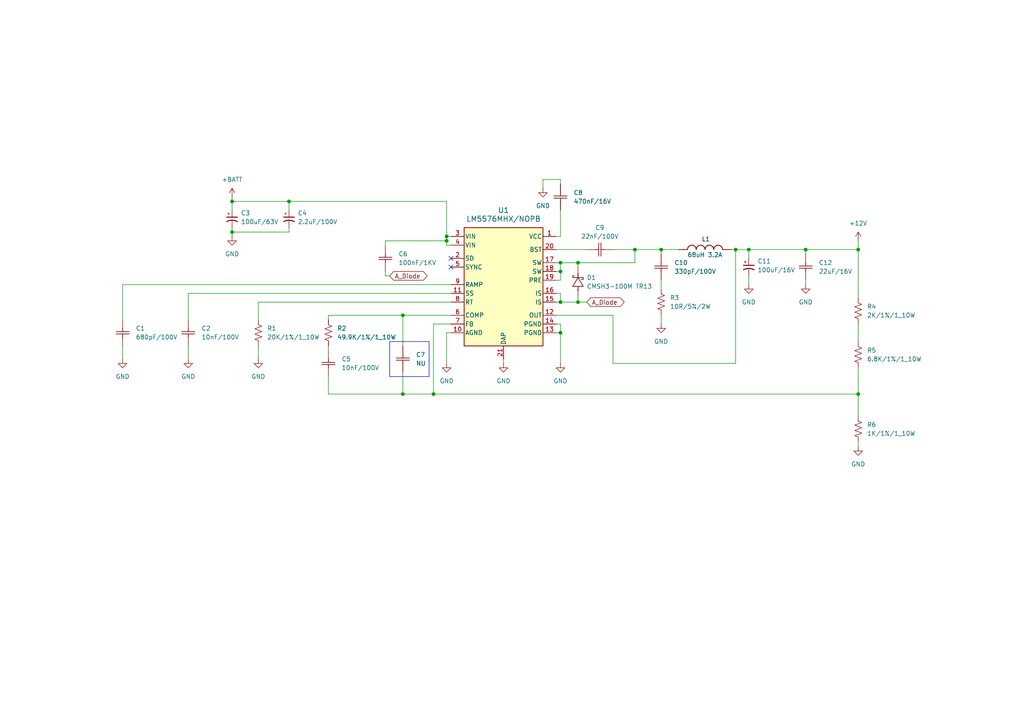
<source format=kicad_sch>
(kicad_sch (version 20231120) (generator "eeschema") (generator_version "8.0")
  (paper "A4")
  (lib_symbols
    (symbol "charge_battery_sym_lib:CDRH127_1280-680_68uH-3.2A" (pin_numbers hide) (pin_names hide)
      (property "Reference" "L" (at 6.858 5.588 0))
      (property "Value" "68uH 3.2A" (at 2.54 3.302 0))
      (symbol "CDRH127_1280-680_68uH-3.2A_1_1"
        (arc (start 5.08 0.0521) (mid 3.81 1.2711) (end 2.54 0.0521) (stroke (width 0.254)))
        (arc (start 7.62 0.0521) (mid 6.35 1.2711) (end 5.08 0.0521) (stroke (width 0.254)))
        (arc (start 10.16 0.0521) (mid 8.89 1.2711) (end 7.62 0.0521) (stroke (width 0.254)))
        (arc (start 12.7 0.0521) (mid 11.43 1.2711) (end 10.16 0.0521) (stroke (width 0.254)))
        (pin passive line (at 0 0 0) (length 2.54) (name "1") (number "1"))
        (pin passive line (at 15.24 0 180) (length 2.54) (name "2") (number "2"))
      )
    )
    (symbol "charge_battery_sym_lib:CMSH3-100M TR13" (pin_numbers hide) (pin_names hide)
      (property "Reference" "D" (at -1.016 2.286 0))
      (property "Value" "CMSH3-100M TR13" (at 2.54 -2.794 0))
      (symbol "CMSH3-100M TR13_0_1"
        (polyline (pts (xy -0.508 0) (xy 0.635 0)) (stroke (width 0.2032)))
        (polyline (pts (xy 0.762 -1.524) (xy 3.302 0)) (stroke (width 0.2032)))
        (polyline (pts (xy 0.762 1.524) (xy 0.762 -1.524)) (stroke (width 0.2032)))
        (polyline (pts (xy 2.794 -1.016) (xy 2.794 -1.524)) (stroke (width 0.2032)))
        (polyline (pts (xy 3.302 -1.524) (xy 2.794 -1.524)) (stroke (width 0.2032)))
        (polyline (pts (xy 3.302 -1.524) (xy 3.302 1.524)) (stroke (width 0.2032)))
        (polyline (pts (xy 3.302 0) (xy 0.762 1.524)) (stroke (width 0.2032)))
        (polyline (pts (xy 3.302 0) (xy 4.572 0)) (stroke (width 0.2032)))
        (polyline (pts (xy 3.302 1.524) (xy 3.81 1.524)) (stroke (width 0.2032)))
        (polyline (pts (xy 3.81 1.016) (xy 3.81 1.524)) (stroke (width 0.2032)))
      )
      (symbol "CMSH3-100M TR13_1_1"
        (pin unspecified line (at -2.54 0 0) (length 2.54) (name "A") (number "1"))
        (pin unspecified line (at 6.35 0 180) (length 2.54) (name "K") (number "2"))
      )
    )
    (symbol "charge_battery_sym_lib:Cap_Polarize_100uF_16V" (pin_numbers hide) (pin_names hide)
      (property "Reference" "C" (at 0 0 0))
      (property "Value" "100uF_16V" (at 0 0 0))
      (symbol "Cap_Polarize_100uF_16V_0_1"
        (polyline (pts (xy -1.524 -5.08) (xy -1.524 -4.572)))
        (polyline (pts (xy -1.27 -4.826) (xy -1.778 -4.826)))
        (polyline (pts (xy -0.508 -5.334) (xy -0.508 -2.286)) (stroke (width 0.3048)))
        (arc (start 0.762 -2.286) (mid 0.3734 -3.81) (end 0.762 -5.334) (stroke (width 0.3048)))
      )
      (symbol "Cap_Polarize_100uF_16V_1_1"
        (pin passive line (at -2.54 -3.81 0) (length 2.032) (name "") (number "1"))
        (pin passive line (at 2.54 -3.81 180) (length 2.032) (name "~") (number "2"))
      )
    )
    (symbol "charge_battery_sym_lib:Cap_Polarized_SMD_100uF_63V" (pin_numbers hide) (pin_names (offset 0.254))
      (property "Reference" "C" (at 0.635 2.54 0))
      (property "Value" "100uF/63V" (at 0.508 -3.302 0))
      (symbol "Cap_Polarized_SMD_100uF_63V_0_1"
        (polyline (pts (xy 1.016 -1.27) (xy 1.016 -0.762)))
        (polyline (pts (xy 1.27 -1.016) (xy 0.762 -1.016)))
        (polyline (pts (xy 2.032 -1.524) (xy 2.032 1.524)) (stroke (width 0.3048)))
        (arc (start 3.302 1.524) (mid 2.9134 0) (end 3.302 -1.524) (stroke (width 0.3048)))
      )
      (symbol "Cap_Polarized_SMD_100uF_63V_1_1"
        (pin passive line (at 0 0 0) (length 2.032) (name "~") (number "1"))
        (pin passive line (at 5.08 0 180) (length 2.032) (name "~") (number "2"))
      )
    )
    (symbol "charge_battery_sym_lib:Cap_Polarized_SMD_2.2uF_100V" (pin_numbers hide) (pin_names (offset 0.254))
      (property "Reference" "C" (at 0.635 2.54 0))
      (property "Value" "2.2uF/100V" (at 0.508 -3.302 0))
      (symbol "Cap_Polarized_SMD_2.2uF_100V_0_1"
        (polyline (pts (xy 1.016 -1.27) (xy 1.016 -0.762)))
        (polyline (pts (xy 1.27 -1.016) (xy 0.762 -1.016)))
        (polyline (pts (xy 2.032 -1.524) (xy 2.032 1.524)) (stroke (width 0.3048)))
        (arc (start 3.302 1.524) (mid 2.9134 0) (end 3.302 -1.524) (stroke (width 0.3048)))
      )
      (symbol "Cap_Polarized_SMD_2.2uF_100V_1_1"
        (pin passive line (at 0 0 0) (length 2.032) (name "~") (number "1"))
        (pin passive line (at 5.08 0 180) (length 2.032) (name "~") (number "2"))
      )
    )
    (symbol "charge_battery_sym_lib:Ceramic_Cap_SMD_100nF_1KV" (pin_numbers hide) (pin_names hide)
      (property "Reference" "C" (at 1.016 2.794 0))
      (property "Value" "100nF/1KV" (at 0.254 5.334 0))
      (symbol "Ceramic_Cap_SMD_100nF_1KV_1_1"
        (polyline (pts (xy 1.27 0) (xy 2.2098 0)) (stroke (width 0.2032)))
        (polyline (pts (xy 2.2098 -1.905) (xy 2.2098 1.905)) (stroke (width 0.2032)))
        (polyline (pts (xy 2.8448 -1.905) (xy 2.8448 1.905)) (stroke (width 0.2032)))
        (polyline (pts (xy 2.8448 0) (xy 3.81 0)) (stroke (width 0.2032)))
        (pin unspecified line (at -1.27 0 0) (length 2.54) (name "") (number "1"))
        (pin unspecified line (at 6.35 0 180) (length 2.54) (name "") (number "2"))
      )
    )
    (symbol "charge_battery_sym_lib:Ceramic_Cap_SMD_10nF_100V" (pin_numbers hide) (pin_names hide)
      (property "Reference" "C" (at 2.286 2.794 0))
      (property "Value" "10nF/100V" (at 0.254 5.334 0))
      (symbol "Ceramic_Cap_SMD_10nF_100V_1_1"
        (polyline (pts (xy 2.54 0) (xy 3.4798 0)) (stroke (width 0.2032)))
        (polyline (pts (xy 3.4798 -1.905) (xy 3.4798 1.905)) (stroke (width 0.2032)))
        (polyline (pts (xy 4.1148 -1.905) (xy 4.1148 1.905)) (stroke (width 0.2032)))
        (polyline (pts (xy 4.1148 0) (xy 5.08 0)) (stroke (width 0.2032)))
        (pin unspecified line (at 0 0 0) (length 2.54) (name "") (number "1"))
        (pin unspecified line (at 7.62 0 180) (length 2.54) (name "") (number "2"))
      )
    )
    (symbol "charge_battery_sym_lib:Ceramic_Cap_SMD_22nF_100V" (pin_numbers hide) (pin_names hide)
      (property "Reference" "C" (at 1.016 2.794 0))
      (property "Value" "22nF/100V" (at 0.254 5.334 0))
      (symbol "Ceramic_Cap_SMD_22nF_100V_1_1"
        (polyline (pts (xy 1.27 0) (xy 2.2098 0)) (stroke (width 0.2032)))
        (polyline (pts (xy 2.2098 -1.905) (xy 2.2098 1.905)) (stroke (width 0.2032)))
        (polyline (pts (xy 2.8448 -1.905) (xy 2.8448 1.905)) (stroke (width 0.2032)))
        (polyline (pts (xy 2.8448 0) (xy 3.81 0)) (stroke (width 0.2032)))
        (pin unspecified line (at -1.27 0 0) (length 2.54) (name "") (number "1"))
        (pin unspecified line (at 6.35 0 180) (length 2.54) (name "") (number "2"))
      )
    )
    (symbol "charge_battery_sym_lib:Ceramic_Cap_SMD_22uF_16V" (pin_numbers hide) (pin_names hide)
      (property "Reference" "C" (at 2.286 2.794 0))
      (property "Value" "22uF/16V" (at 0.254 5.334 0))
      (symbol "Ceramic_Cap_SMD_22uF_16V_1_1"
        (polyline (pts (xy 2.54 0) (xy 3.4798 0)) (stroke (width 0.2032)))
        (polyline (pts (xy 3.4798 -1.905) (xy 3.4798 1.905)) (stroke (width 0.2032)))
        (polyline (pts (xy 4.1148 -1.905) (xy 4.1148 1.905)) (stroke (width 0.2032)))
        (polyline (pts (xy 4.1148 0) (xy 5.08 0)) (stroke (width 0.2032)))
        (pin unspecified line (at 0 0 0) (length 2.54) (name "") (number "1"))
        (pin unspecified line (at 7.62 0 180) (length 2.54) (name "") (number "2"))
      )
    )
    (symbol "charge_battery_sym_lib:Ceramic_Cap_SMD_330pF_100V" (pin_numbers hide) (pin_names hide)
      (property "Reference" "C" (at 1.016 2.794 0))
      (property "Value" "330pF/100V" (at 0.254 5.334 0))
      (symbol "Ceramic_Cap_SMD_330pF_100V_1_1"
        (polyline (pts (xy 1.27 0) (xy 2.2098 0)) (stroke (width 0.2032)))
        (polyline (pts (xy 2.2098 -1.905) (xy 2.2098 1.905)) (stroke (width 0.2032)))
        (polyline (pts (xy 2.8448 -1.905) (xy 2.8448 1.905)) (stroke (width 0.2032)))
        (polyline (pts (xy 2.8448 0) (xy 3.81 0)) (stroke (width 0.2032)))
        (pin unspecified line (at -1.27 0 0) (length 2.54) (name "") (number "1"))
        (pin unspecified line (at 6.35 0 180) (length 2.54) (name "") (number "2"))
      )
    )
    (symbol "charge_battery_sym_lib:Ceramic_Cap_SMD_470nF_16V" (pin_numbers hide) (pin_names hide)
      (property "Reference" "C" (at 2.286 2.794 0))
      (property "Value" "470nF/16V" (at 0.254 5.334 0))
      (symbol "Ceramic_Cap_SMD_470nF_16V_1_1"
        (polyline (pts (xy 2.54 0) (xy 3.4798 0)) (stroke (width 0.2032)))
        (polyline (pts (xy 3.4798 -1.905) (xy 3.4798 1.905)) (stroke (width 0.2032)))
        (polyline (pts (xy 4.1148 -1.905) (xy 4.1148 1.905)) (stroke (width 0.2032)))
        (polyline (pts (xy 4.1148 0) (xy 5.08 0)) (stroke (width 0.2032)))
        (pin unspecified line (at 0 0 0) (length 2.54) (name "") (number "1"))
        (pin unspecified line (at 7.62 0 180) (length 2.54) (name "") (number "2"))
      )
    )
    (symbol "charge_battery_sym_lib:Ceramic_Cap_SMD_680pF_100V" (pin_numbers hide) (pin_names hide)
      (property "Reference" "C" (at 1.016 2.794 0))
      (property "Value" "680pF/100V" (at 0.254 5.334 0))
      (symbol "Ceramic_Cap_SMD_680pF_100V_1_1"
        (polyline (pts (xy 1.27 0) (xy 2.2098 0)) (stroke (width 0.2032)))
        (polyline (pts (xy 2.2098 -1.905) (xy 2.2098 1.905)) (stroke (width 0.2032)))
        (polyline (pts (xy 2.8448 -1.905) (xy 2.8448 1.905)) (stroke (width 0.2032)))
        (polyline (pts (xy 2.8448 0) (xy 3.81 0)) (stroke (width 0.2032)))
        (pin unspecified line (at -1.27 0 0) (length 2.54) (name "") (number "1"))
        (pin unspecified line (at 6.35 0 180) (length 2.54) (name "") (number "2"))
      )
    )
    (symbol "charge_battery_sym_lib:LM5576MHX_NOPB" (pin_names (offset 0.254))
      (property "Reference" "U" (at 11.43 39.116 0))
      (property "Value" "LM5576MHX/NOPB" (at 11.43 36.576 0))
      (symbol "LM5576MHX_NOPB_0_1"
        (pin passive line (at 26.67 31.75 180) (length 3.81) (name "VCC") (number "1"))
        (pin power_in line (at -3.81 3.81 0) (length 3.81) (name "AGND") (number "10"))
        (pin passive line (at -3.81 15.24 0) (length 3.81) (name "SS") (number "11"))
        (pin output line (at 26.67 8.89 180) (length 3.81) (name "OUT") (number "12"))
        (pin passive line (at 26.67 3.81 180) (length 3.81) (name "PGND") (number "13"))
        (pin passive line (at 26.67 6.35 180) (length 3.81) (name "PGND") (number "14"))
        (pin passive line (at 26.67 12.7 180) (length 3.81) (name "IS") (number "15"))
        (pin passive line (at 26.67 15.24 180) (length 3.81) (name "IS") (number "16"))
        (pin output line (at 26.67 24.13 180) (length 3.81) (name "SW") (number "17"))
        (pin output line (at 26.67 21.59 180) (length 3.81) (name "SW") (number "18"))
        (pin passive line (at 26.67 19.05 180) (length 3.81) (name "PRE") (number "19"))
        (pin passive line (at -3.81 25.4 0) (length 3.81) (name "SD") (number "2"))
        (pin passive line (at 26.67 27.94 180) (length 3.81) (name "BST") (number "20"))
        (pin unspecified line (at 11.43 -3.81 90) (length 3.81) (name "DAP") (number "21"))
        (pin input line (at -3.81 31.75 0) (length 3.81) (name "VIN") (number "3"))
        (pin input line (at -3.81 29.21 0) (length 3.81) (name "VIN") (number "4"))
        (pin passive line (at -3.81 22.86 0) (length 3.81) (name "SYNC") (number "5"))
        (pin passive line (at -3.81 8.89 0) (length 3.81) (name "COMP") (number "6"))
        (pin passive line (at -3.81 6.35 0) (length 3.81) (name "FB") (number "7"))
        (pin passive line (at -3.81 12.7 0) (length 3.81) (name "RT") (number "8"))
        (pin passive line (at -3.81 17.78 0) (length 3.81) (name "RAMP") (number "9"))
      )
      (symbol "LM5576MHX_NOPB_1_1"
        (rectangle (start 0 34.29) (end 22.86 0) (stroke (width 0.254)) (fill (type background)))
      )
    )
    (symbol "charge_battery_sym_lib:Res_1K_0603_1%" (pin_numbers hide) (pin_names hide)
      (property "Reference" "R" (at 3.556 2.54 0))
      (property "Value" "1K/1%/1_10W" (at 4.064 -2.54 0))
      (symbol "Res_1K_0603_1%_0_1"
        (polyline (pts (xy 1.524 0) (xy 1.27 0)))
        (polyline (pts (xy 6.096 0) (xy 6.35 0)))
        (polyline (pts (xy 1.524 0) (xy 1.905 1.016) (xy 2.286 0) (xy 2.667 -1.016) (xy 3.048 0)))
        (polyline (pts (xy 3.048 0) (xy 3.429 1.016) (xy 3.81 0) (xy 4.191 -1.016) (xy 4.572 0)))
        (polyline (pts (xy 4.572 0) (xy 4.953 1.016) (xy 5.334 0) (xy 5.715 -1.016) (xy 6.096 0)))
      )
      (symbol "Res_1K_0603_1%_1_1"
        (pin passive line (at 0 0 0) (length 1.27) (name "~") (number "1"))
        (pin passive line (at 7.62 0 180) (length 1.27) (name "~") (number "2"))
      )
    )
    (symbol "charge_battery_sym_lib:Res_20K_0603_1%" (pin_numbers hide) (pin_names hide)
      (property "Reference" "R" (at 2.794 3.81 0))
      (property "Value" "20K/1%/1_10W" (at 4.064 -2.54 0))
      (symbol "Res_20K_0603_1%_0_1"
        (polyline (pts (xy 1.524 0) (xy 1.27 0)))
        (polyline (pts (xy 6.096 0) (xy 6.35 0)))
        (polyline (pts (xy 1.524 0) (xy 1.905 1.016) (xy 2.286 0) (xy 2.667 -1.016) (xy 3.048 0)))
        (polyline (pts (xy 3.048 0) (xy 3.429 1.016) (xy 3.81 0) (xy 4.191 -1.016) (xy 4.572 0)))
        (polyline (pts (xy 4.572 0) (xy 4.953 1.016) (xy 5.334 0) (xy 5.715 -1.016) (xy 6.096 0)))
      )
      (symbol "Res_20K_0603_1%_1_1"
        (pin passive line (at 0 0 0) (length 1.27) (name "~") (number "1"))
        (pin passive line (at 7.62 0 180) (length 1.27) (name "~") (number "2"))
      )
    )
    (symbol "charge_battery_sym_lib:Res_2K_0603_1%" (pin_numbers hide) (pin_names hide)
      (property "Reference" "R" (at 2.794 3.81 0))
      (property "Value" "2K/1%/1_10W" (at 4.064 -2.54 0))
      (symbol "Res_2K_0603_1%_0_1"
        (polyline (pts (xy 1.524 0) (xy 1.27 0)))
        (polyline (pts (xy 6.096 0) (xy 6.35 0)))
        (polyline (pts (xy 1.524 0) (xy 1.905 1.016) (xy 2.286 0) (xy 2.667 -1.016) (xy 3.048 0)))
        (polyline (pts (xy 3.048 0) (xy 3.429 1.016) (xy 3.81 0) (xy 4.191 -1.016) (xy 4.572 0)))
        (polyline (pts (xy 4.572 0) (xy 4.953 1.016) (xy 5.334 0) (xy 5.715 -1.016) (xy 6.096 0)))
      )
      (symbol "Res_2K_0603_1%_1_1"
        (pin passive line (at 0 0 0) (length 1.27) (name "~") (number "1"))
        (pin passive line (at 7.62 0 180) (length 1.27) (name "~") (number "2"))
      )
    )
    (symbol "charge_battery_sym_lib:Res_49.9K_0603_1%" (pin_numbers hide) (pin_names hide)
      (property "Reference" "R" (at 3.556 2.54 0))
      (property "Value" "49.9K/1%/1_10W" (at 4.064 -2.54 0))
      (symbol "Res_49.9K_0603_1%_0_1"
        (polyline (pts (xy 1.524 0) (xy 1.27 0)))
        (polyline (pts (xy 6.096 0) (xy 6.35 0)))
        (polyline (pts (xy 1.524 0) (xy 1.905 1.016) (xy 2.286 0) (xy 2.667 -1.016) (xy 3.048 0)))
        (polyline (pts (xy 3.048 0) (xy 3.429 1.016) (xy 3.81 0) (xy 4.191 -1.016) (xy 4.572 0)))
        (polyline (pts (xy 4.572 0) (xy 4.953 1.016) (xy 5.334 0) (xy 5.715 -1.016) (xy 6.096 0)))
      )
      (symbol "Res_49.9K_0603_1%_1_1"
        (pin passive line (at 0 0 0) (length 1.27) (name "~") (number "1"))
        (pin passive line (at 7.62 0 180) (length 1.27) (name "~") (number "2"))
      )
    )
    (symbol "charge_battery_sym_lib:Res_6.8K_0603_1%" (pin_numbers hide) (pin_names hide)
      (property "Reference" "R" (at 2.794 3.81 0))
      (property "Value" "6.8K/1%/1_10W" (at 4.064 -2.54 0))
      (symbol "Res_6.8K_0603_1%_0_1"
        (polyline (pts (xy 1.524 0) (xy 1.27 0)))
        (polyline (pts (xy 6.096 0) (xy 6.35 0)))
        (polyline (pts (xy 1.524 0) (xy 1.905 1.016) (xy 2.286 0) (xy 2.667 -1.016) (xy 3.048 0)))
        (polyline (pts (xy 3.048 0) (xy 3.429 1.016) (xy 3.81 0) (xy 4.191 -1.016) (xy 4.572 0)))
        (polyline (pts (xy 4.572 0) (xy 4.953 1.016) (xy 5.334 0) (xy 5.715 -1.016) (xy 6.096 0)))
      )
      (symbol "Res_6.8K_0603_1%_1_1"
        (pin passive line (at 0 0 0) (length 1.27) (name "~") (number "1"))
        (pin passive line (at 7.62 0 180) (length 1.27) (name "~") (number "2"))
      )
    )
    (symbol "charge_battery_sym_lib:Res_hole_10R_2W_5%" (pin_numbers hide) (pin_names (offset 0))
      (property "Reference" "R" (at 3.556 2.286 0))
      (property "Value" "10R_2W_5%" (at 3.81 -2.54 0))
      (symbol "Res_hole_10R_2W_5%_0_1"
        (polyline (pts (xy 1.524 0) (xy 1.27 0)))
        (polyline (pts (xy 6.096 0) (xy 6.35 0)))
        (polyline (pts (xy 1.524 0) (xy 1.905 1.016) (xy 2.286 0) (xy 2.667 -1.016) (xy 3.048 0)))
        (polyline (pts (xy 3.048 0) (xy 3.429 1.016) (xy 3.81 0) (xy 4.191 -1.016) (xy 4.572 0)))
        (polyline (pts (xy 4.572 0) (xy 4.953 1.016) (xy 5.334 0) (xy 5.715 -1.016) (xy 6.096 0)))
      )
      (symbol "Res_hole_10R_2W_5%_1_1"
        (pin passive line (at 0 0 0) (length 1.27) (name "~") (number "1"))
        (pin passive line (at 7.62 0 180) (length 1.27) (name "~") (number "2"))
      )
    )
    (symbol "power:+12V" (power) (pin_numbers hide) (pin_names (offset 0) hide)
      (property "Value" "+12V" (at 0 3.556 0))
      (symbol "+12V_0_1"
        (polyline (pts (xy -0.762 1.27) (xy 0 2.54)))
        (polyline (pts (xy 0 0) (xy 0 2.54)))
        (polyline (pts (xy 0 2.54) (xy 0.762 1.27)))
      )
      (symbol "+12V_1_1"
        (pin power_in line (at 0 0 90) (length 0) (name "~") (number "1"))
      )
    )
    (symbol "power:+BATT" (power) (pin_numbers hide) (pin_names (offset 0) hide)
      (property "Value" "+BATT" (at 0 3.556 0))
      (symbol "+BATT_0_1"
        (polyline (pts (xy -0.762 1.27) (xy 0 2.54)))
        (polyline (pts (xy 0 0) (xy 0 2.54)))
        (polyline (pts (xy 0 2.54) (xy 0.762 1.27)))
      )
      (symbol "+BATT_1_1"
        (pin power_in line (at 0 0 90) (length 0) (name "~") (number "1"))
      )
    )
    (symbol "power:GND" (power) (pin_numbers hide) (pin_names (offset 0) hide)
      (property "Value" "GND" (at 0 -3.81 0))
      (symbol "GND_0_1"
        (polyline (pts (xy 0 0) (xy 0 -1.27) (xy 1.27 -1.27) (xy 0 -2.54) (xy -1.27 -1.27) (xy 0 -1.27)))
      )
      (symbol "GND_1_1"
        (pin power_in line (at 0 0 270) (length 0) (name "~") (number "1"))
      )
    )
  )
  (junction (at 217.17 72.39))
  (junction (at 184.15 72.39))
  (junction (at 129.54 69.85))
  (junction (at 248.92 114.3))
  (junction (at 167.64 87.63))
  (junction (at 191.77 72.39))
  (junction (at 162.56 78.74))
  (junction (at 67.31 67.31))
  (junction (at 162.56 87.63))
  (junction (at 162.56 76.2))
  (junction (at 162.56 96.52))
  (junction (at 116.84 114.3))
  (junction (at 83.82 58.42))
  (junction (at 248.92 72.39))
  (junction (at 116.84 91.44))
  (junction (at 129.54 68.58))
  (junction (at 125.73 114.3))
  (junction (at 167.64 76.2))
  (junction (at 67.31 58.42))
  (junction (at 213.36 72.39))
  (junction (at 233.68 72.39))
  (no_connect (at 130.81 77.47))
  (no_connect (at 130.81 74.93))
  (wire (pts (xy 67.31 67.31) (xy 67.31 68.58)))
  (wire (pts (xy 116.84 114.3) (xy 125.73 114.3)))
  (wire (pts (xy 184.15 72.39) (xy 184.15 76.2)))
  (wire (pts (xy 116.84 91.44) (xy 116.84 100.33)))
  (wire (pts (xy 161.29 68.58) (xy 162.56 68.58)))
  (wire (pts (xy 74.93 87.63) (xy 130.81 87.63)))
  (wire (pts (xy 125.73 93.98) (xy 125.73 114.3)))
  (wire (pts (xy 162.56 87.63) (xy 162.56 85.09)))
  (wire (pts (xy 130.81 91.44) (xy 116.84 91.44)))
  (wire (pts (xy 162.56 60.96) (xy 162.56 68.58)))
  (wire (pts (xy 95.25 91.44) (xy 95.25 92.71)))
  (wire (pts (xy 130.81 71.12) (xy 129.54 71.12)))
  (wire (pts (xy 74.93 100.33) (xy 74.93 104.14)))
  (wire (pts (xy 130.81 93.98) (xy 125.73 93.98)))
  (wire (pts (xy 146.05 105.41) (xy 146.05 104.14)))
  (wire (pts (xy 177.8 72.39) (xy 184.15 72.39)))
  (wire (pts (xy 162.56 96.52) (xy 162.56 105.41)))
  (wire (pts (xy 167.64 86.36) (xy 167.64 87.63)))
  (wire (pts (xy 233.68 81.28) (xy 233.68 82.55)))
  (wire (pts (xy 161.29 91.44) (xy 177.8 91.44)))
  (wire (pts (xy 161.29 93.98) (xy 162.56 93.98)))
  (wire (pts (xy 217.17 72.39) (xy 217.17 74.93)))
  (wire (pts (xy 129.54 68.58) (xy 129.54 69.85)))
  (wire (pts (xy 217.17 72.39) (xy 233.68 72.39)))
  (wire (pts (xy 217.17 80.01) (xy 217.17 82.55)))
  (wire (pts (xy 129.54 105.41) (xy 129.54 96.52)))
  (wire (pts (xy 162.56 76.2) (xy 167.64 76.2)))
  (wire (pts (xy 248.92 106.68) (xy 248.92 114.3)))
  (wire (pts (xy 161.29 81.28) (xy 162.56 81.28)))
  (wire (pts (xy 161.29 72.39) (xy 170.18 72.39)))
  (wire (pts (xy 54.61 92.71) (xy 54.61 85.09)))
  (wire (pts (xy 95.25 109.22) (xy 95.25 114.3)))
  (wire (pts (xy 213.36 72.39) (xy 217.17 72.39)))
  (wire (pts (xy 233.68 72.39) (xy 248.92 72.39)))
  (wire (pts (xy 83.82 58.42) (xy 83.82 60.96)))
  (wire (pts (xy 167.64 77.47) (xy 167.64 76.2)))
  (wire (pts (xy 35.56 104.14) (xy 35.56 100.33)))
  (wire (pts (xy 83.82 58.42) (xy 129.54 58.42)))
  (wire (pts (xy 248.92 69.85) (xy 248.92 72.39)))
  (wire (pts (xy 54.61 85.09) (xy 130.81 85.09)))
  (wire (pts (xy 129.54 69.85) (xy 129.54 71.12)))
  (wire (pts (xy 167.64 87.63) (xy 170.18 87.63)))
  (wire (pts (xy 184.15 72.39) (xy 191.77 72.39)))
  (wire (pts (xy 67.31 58.42) (xy 67.31 60.96)))
  (wire (pts (xy 162.56 76.2) (xy 161.29 76.2)))
  (wire (pts (xy 191.77 81.28) (xy 191.77 83.82)))
  (wire (pts (xy 111.76 71.12) (xy 111.76 69.85)))
  (wire (pts (xy 161.29 85.09) (xy 162.56 85.09)))
  (wire (pts (xy 248.92 93.98) (xy 248.92 99.06)))
  (wire (pts (xy 83.82 66.04) (xy 83.82 67.31)))
  (wire (pts (xy 111.76 69.85) (xy 129.54 69.85)))
  (wire (pts (xy 125.73 114.3) (xy 248.92 114.3)))
  (wire (pts (xy 161.29 96.52) (xy 162.56 96.52)))
  (wire (pts (xy 162.56 81.28) (xy 162.56 78.74)))
  (wire (pts (xy 177.8 91.44) (xy 177.8 105.41)))
  (wire (pts (xy 191.77 72.39) (xy 191.77 73.66)))
  (wire (pts (xy 212.09 72.39) (xy 213.36 72.39)))
  (wire (pts (xy 35.56 92.71) (xy 35.56 82.55)))
  (wire (pts (xy 111.76 80.01) (xy 111.76 78.74)))
  (wire (pts (xy 177.8 105.41) (xy 213.36 105.41)))
  (wire (pts (xy 162.56 78.74) (xy 162.56 76.2)))
  (wire (pts (xy 129.54 58.42) (xy 129.54 68.58)))
  (wire (pts (xy 157.48 52.07) (xy 162.56 52.07)))
  (wire (pts (xy 95.25 114.3) (xy 116.84 114.3)))
  (wire (pts (xy 184.15 76.2) (xy 167.64 76.2)))
  (wire (pts (xy 67.31 66.04) (xy 67.31 67.31)))
  (wire (pts (xy 248.92 129.54) (xy 248.92 128.27)))
  (wire (pts (xy 130.81 68.58) (xy 129.54 68.58)))
  (wire (pts (xy 74.93 92.71) (xy 74.93 87.63)))
  (wire (pts (xy 116.84 91.44) (xy 95.25 91.44)))
  (wire (pts (xy 129.54 96.52) (xy 130.81 96.52)))
  (wire (pts (xy 95.25 101.6) (xy 95.25 100.33)))
  (wire (pts (xy 161.29 87.63) (xy 162.56 87.63)))
  (wire (pts (xy 83.82 58.42) (xy 67.31 58.42)))
  (wire (pts (xy 157.48 54.61) (xy 157.48 52.07)))
  (wire (pts (xy 191.77 93.98) (xy 191.77 91.44)))
  (wire (pts (xy 162.56 93.98) (xy 162.56 96.52)))
  (wire (pts (xy 191.77 72.39) (xy 196.85 72.39)))
  (wire (pts (xy 162.56 87.63) (xy 167.64 87.63)))
  (wire (pts (xy 162.56 52.07) (xy 162.56 53.34)))
  (wire (pts (xy 67.31 57.15) (xy 67.31 58.42)))
  (wire (pts (xy 248.92 114.3) (xy 248.92 120.65)))
  (wire (pts (xy 113.03 80.01) (xy 111.76 80.01)))
  (wire (pts (xy 213.36 105.41) (xy 213.36 72.39)))
  (wire (pts (xy 161.29 78.74) (xy 162.56 78.74)))
  (wire (pts (xy 35.56 82.55) (xy 130.81 82.55)))
  (wire (pts (xy 248.92 86.36) (xy 248.92 72.39)))
  (wire (pts (xy 233.68 72.39) (xy 233.68 73.66)))
  (wire (pts (xy 83.82 67.31) (xy 67.31 67.31)))
  (wire (pts (xy 54.61 104.14) (xy 54.61 100.33)))
  (wire (pts (xy 116.84 107.95) (xy 116.84 114.3)))
  (rectangle (start 113.03 99.06) (end 124.46 109.22))
  (global_label "A_Diode" (shape bidirectional) (at 170.18 87.63 0) (property "Intersheetrefs" "${INTERSHEET_REFS}" (effects (hide yes))))
  (global_label "A_Diode" (shape bidirectional) (at 113.03 80.01 0) (property "Intersheetrefs" "${INTERSHEET_REFS}" (effects (hide yes))))
  (symbol (lib_id "power:GND") (at 129.54 105.41 0) (unit 1)
    (property "Reference" "#PWR06" (effects (hide yes)))
    (property "Value" "GND" (at 129.54 110.49 0))
    (property "Description" "Power symbol creates a global label with name \"GND\" , ground" (effects (hide yes)))
  )
  (symbol (lib_id "power:GND") (at 54.61 104.14 0) (unit 1)
    (property "Reference" "#PWR02" (effects (hide yes)))
    (property "Value" "GND" (at 54.61 109.22 0))
    (property "Description" "Power symbol creates a global label with name \"GND\" , ground" (effects (hide yes)))
  )
  (symbol (lib_id "power:GND") (at 157.48 54.61 0) (unit 1)
    (property "Reference" "#PWR08" (effects (hide yes)))
    (property "Value" "GND" (at 157.48 59.69 0))
    (property "Description" "Power symbol creates a global label with name \"GND\" , ground" (effects (hide yes)))
  )
  (symbol (lib_id "charge_battery_sym_lib:Cap_Polarize_100uF_16V") (at 220.98 77.47 270) (unit 1)
    (property "Reference" "C11" (at 219.71 75.7681 90) (effects (justify left)))
    (property "Value" "100uF/16V" (at 219.71 78.3081 90) (effects (justify left)))
    (property "Footprint" "Capacitor_SMD:CP_Elec_6.3x5.4" (effects (hide yes)))
    (property "Description" "Tụ hóa" (effects (hide yes)))
    (property "Supply Name" "thegioiic" (effects (hide yes)))
    (property "Supply Part Number" " Tụ Nhôm SMD 100uF 16V 6.3x5.4mm Tụ Nhôm SMD 100uF 16V 6.3x5.4mm" (effects (hide yes)))
    (property "Supply URL" "https://www.thegioiic.com/tu-nhom-smd-100uf-16v-6-3x5-4mm" (effects (hide yes)))
  )
  (symbol (lib_id "power:GND") (at 248.92 129.54 0) (unit 1)
    (property "Reference" "#PWR014" (effects (hide yes)))
    (property "Value" "GND" (at 248.92 134.62 0))
    (property "Description" "Power symbol creates a global label with name \"GND\" , ground" (effects (hide yes)))
  )
  (symbol (lib_id "power:GND") (at 146.05 105.41 0) (unit 1)
    (property "Reference" "#PWR07" (effects (hide yes)))
    (property "Value" "GND" (at 146.05 110.49 0))
    (property "Description" "Power symbol creates a global label with name \"GND\" , ground" (effects (hide yes)))
  )
  (symbol (lib_id "power:+BATT") (at 67.31 57.15 0) (unit 1)
    (property "Reference" "#PWR03" (effects (hide yes)))
    (property "Value" "+BATT" (at 67.31 52.07 0))
    (property "Description" "Power symbol creates a global label with name \"+BATT\"" (effects (hide yes)))
  )
  (symbol (lib_id "charge_battery_sym_lib:Res_6.8K_0603_1%") (at 248.92 106.68 90) (unit 1)
    (property "Reference" "R5" (at 251.46 101.5999 90) (effects (justify right)))
    (property "Value" "6.8K/1%/1_10W" (at 251.46 104.1399 90) (effects (justify right)))
    (property "Footprint" "charge_battery_footprint_lib:Res_0603" (effects (hide yes)))
    (property "Description" "Res 6.8 KOhm 0603 1%" (effects (hide yes)))
    (property "Supply name" "Thegioiic" (effects (hide yes)))
    (property "Supply part number" "Điện Trở 6.8 KOhm 0603 1%" (effects (hide yes)))
    (property "Supply URL" "https://www.thegioiic.com/dien-tro-6-8-kohm-0603-1-" (effects (hide yes)))
  )
  (symbol (lib_id "charge_battery_sym_lib:Ceramic_Cap_SMD_10nF_100V") (at 95.25 109.22 90) (unit 1)
    (property "Reference" "C5" (at 99.06 104.1399 90) (effects (justify right)))
    (property "Value" "10nF/100V" (at 99.06 106.6799 90) (effects (justify right)))
    (property "Footprint" "charge_battery_footprint_lib:Ceramic_Cap_0603" (effects (hide yes)))
    (property "Datasheet" "https://www.mouser.vn/datasheet/2/210/WTC_MLCC_General_Purpose-1534899.pdf" (effects (hide yes)))
    (property "Description" "5%, 0603 (1608 Metric)" (effects (hide yes)))
    (property "Supply name" "Mouser" (effects (hide yes)))
    (property "Supply part number" "791-0603B103J101CT" (effects (hide yes)))
    (property "Supply URL" "https://www.mouser.vn/ProductDetail/Walsin/0603B103J101CT?qs=sGAEpiMZZMuMW9TJLBQkXlzjw5uhdiuXOomNSWAR9fk%3D" (effects (hide yes)))
  )
  (symbol (lib_id "charge_battery_sym_lib:Ceramic_Cap_SMD_680pF_100V") (at 35.56 99.06 90) (unit 1)
    (property "Reference" "C1" (at 39.37 95.2499 90) (effects (justify right)))
    (property "Value" "680pF/100V" (at 39.37 97.7899 90) (effects (justify right)))
    (property "Footprint" "charge_battery_footprint_lib:Ceramic_Cap_0603" (effects (hide yes)))
    (property "Description" "10%, 0603 (1608 Metric)" (effects (hide yes)))
    (property "Supply name" "Mouser" (effects (hide yes)))
    (property "Supply part number" "791-0603B681K101CT" (effects (hide yes)))
    (property "Supply URL" "https://www.mouser.vn/ProductDetail/Walsin/0603B681K101CT?qs=fIkAfuXiAQJgZmlKZZ5d%2Fg%3D%3D" (effects (hide yes)))
  )
  (symbol (lib_id "power:GND") (at 74.93 104.14 0) (unit 1)
    (property "Reference" "#PWR05" (effects (hide yes)))
    (property "Value" "GND" (at 74.93 109.22 0))
    (property "Description" "Power symbol creates a global label with name \"GND\" , ground" (effects (hide yes)))
  )
  (symbol (lib_id "charge_battery_sym_lib:LM5576MHX_NOPB") (at 134.62 100.33 0) (unit 1)
    (property "Reference" "U1" (at 146.05 60.96 0) (effects (font (size 1.524 1.524))))
    (property "Value" "LM5576MHX/NOPB" (at 146.05 63.5 0) (effects (font (size 1.524 1.524))))
    (property "Footprint" "charge_battery_footprint_lib:HTSSOP-20" (effects (hide yes)))
    (property "Datasheet" "https://www.ti.com/lit/ds/symlink/lm5576.pdf?ts=1728016062060&ref_url=https%253A%252F%252Fwww.google.com%252F" (effects (hide yes)))
    (property "Description" "LM5576/-Q1 SIMPLE SWITCHER 75 V, 3 A Step-Down Switching Regulator" (effects (hide yes)))
    (property "Supply name" "TME" (effects (hide yes)))
    (property "Supply part number" "LM5576MHX/NOPB" (effects (hide yes)))
    (property "Supply URL" "http://www.tme.vn/Product.aspx?id=2046#page=pro_info" (effects (hide yes)))
  )
  (symbol (lib_id "power:GND") (at 217.17 82.55 0) (unit 1)
    (property "Reference" "#PWR011" (effects (hide yes)))
    (property "Value" "GND" (at 217.17 87.63 0))
    (property "Description" "Power symbol creates a global label with name \"GND\" , ground" (effects (hide yes)))
  )
  (symbol (lib_id "charge_battery_sym_lib:Ceramic_Cap_SMD_10nF_100V") (at 54.61 100.33 90) (unit 1)
    (property "Reference" "C2" (at 58.42 95.2499 90) (effects (justify right)))
    (property "Value" "10nF/100V" (at 58.42 97.7899 90) (effects (justify right)))
    (property "Footprint" "charge_battery_footprint_lib:Ceramic_Cap_0603" (effects (hide yes)))
    (property "Datasheet" "https://www.mouser.vn/datasheet/2/210/WTC_MLCC_General_Purpose-1534899.pdf" (effects (hide yes)))
    (property "Description" "5%, 0603 (1608 Metric)" (effects (hide yes)))
    (property "Supply name" "Mouser" (effects (hide yes)))
    (property "Supply part number" "791-0603B103J101CT" (effects (hide yes)))
    (property "Supply URL" "https://www.mouser.vn/ProductDetail/Walsin/0603B103J101CT?qs=sGAEpiMZZMuMW9TJLBQkXlzjw5uhdiuXOomNSWAR9fk%3D" (effects (hide yes)))
  )
  (symbol (lib_id "charge_battery_sym_lib:CDRH127_1280-680_68uH-3.2A") (at 196.85 72.39 0) (unit 1)
    (property "Reference" "L1" (at 204.724 69.342 0))
    (property "Value" "68uH 3.2A" (at 204.47 73.914 0))
    (property "Footprint" "charge_battery_footprint_lib:IND_CDRH127_LDNP-470MC_SUM" (effects (hide yes)))
    (property "Description" "Cuộn Cảm Dán SMD CDRH127 1280-680 68uH 3.2A" (effects (hide yes)))
    (property "Manufacturer_Name" "ThegioiIC" (effects (hide yes)))
    (property "Manufacturer_Part_Number" "https://www.thegioiic.com/cuon-cam-dan-smd-cdrh127-1280-680-68uh-3-2a" (effects (hide yes)))
  )
  (symbol (lib_id "power:GND") (at 162.56 105.41 0) (unit 1)
    (property "Reference" "#PWR09" (effects (hide yes)))
    (property "Value" "GND" (at 162.56 110.49 0))
    (property "Description" "Power symbol creates a global label with name \"GND\" , ground" (effects (hide yes)))
  )
  (symbol (lib_id "charge_battery_sym_lib:Res_1K_0603_1%") (at 248.92 128.27 90) (unit 1)
    (property "Reference" "R6" (at 251.46 123.1899 90) (effects (justify right)))
    (property "Value" "1K/1%/1_10W" (at 251.46 125.7299 90) (effects (justify right)))
    (property "Footprint" "charge_battery_footprint_lib:Res_0603" (effects (hide yes)))
    (property "Datasheet" "https://fscdn.rohm.com/en/products/databook/datasheet/passive/resistor/chip_resistor/esr-e.pdf" (effects (hide yes)))
    (property "Description" "Res 1 KOhm 0603 1%" (effects (hide yes)))
    (property "Supply name" "Thegioiic" (effects (hide yes)))
    (property "Supply part number" "Điện Trở 1 KOhm 0603 1%" (effects (hide yes)))
    (property "Supply URL" "https://www.thegioiic.com/dien-tro-1-kohm-0603-1-" (effects (hide yes)))
  )
  (symbol (lib_id "charge_battery_sym_lib:Res_hole_10R_2W_5%") (at 191.77 91.44 90) (unit 1)
    (property "Reference" "R3" (at 194.31 86.3599 90) (effects (justify right)))
    (property "Value" "10R/5%/2W" (at 194.31 88.8999 90) (effects (justify right)))
    (property "Footprint" "charge_battery_footprint_lib:Res_Hole_2W" (effects (hide yes)))
    (property "Description" "Resistor" (effects (hide yes)))
    (property "Supply name " "Thegioiic" (effects (hide yes)))
    (property "Supply part number" "Điện Trở 10 Ohm 2W 5% 4 Vòng Màu" (effects (hide yes)))
    (property "Supply URL" "https://www.thegioiic.com/dien-tro-10-ohm-2w-5-4-vong-mau" (effects (hide yes)))
  )
  (symbol (lib_id "power:+12V") (at 248.92 69.85 0) (unit 1)
    (property "Reference" "#PWR013" (effects (hide yes)))
    (property "Value" "+12V" (at 248.92 64.77 0))
    (property "Description" "Power symbol creates a global label with name \"+12V\"" (effects (hide yes)))
  )
  (symbol (lib_id "power:GND") (at 191.77 93.98 0) (unit 1)
    (property "Reference" "#PWR010" (effects (hide yes)))
    (property "Value" "GND" (at 191.77 99.06 0))
    (property "Description" "Power symbol creates a global label with name \"GND\" , ground" (effects (hide yes)))
  )
  (symbol (lib_id "charge_battery_sym_lib:Cap_Polarized_SMD_2.2uF_100V") (at 83.82 60.96 270) (unit 1)
    (property "Reference" "C4" (at 86.36 61.7981 90) (effects (justify left)))
    (property "Value" "2.2uF/100V" (at 86.36 64.3381 90) (effects (justify left)))
    (property "Footprint" "Capacitor_SMD:CP_Elec_6.3x5.4" (effects (hide yes)))
    (property "Description" "Polarized capacitor 2.2uF 100V, 20%" (effects (hide yes)))
    (property "Supply name" "Thegioiic" (effects (hide yes)))
    (property "Supply part number" "Tụ Nhôm SMD 2.2uF 100V 6.3x5.4mm" (effects (hide yes)))
    (property "Supply URL" "https://www.thegioiic.com/tu-nhom-smd-2-2uf-100v-6-3x5-4mm" (effects (hide yes)))
  )
  (symbol (lib_id "charge_battery_sym_lib:Ceramic_Cap_SMD_10nF_100V") (at 116.84 107.95 90) (unit 1)
    (property "Reference" "C7" (at 120.65 102.8699 90) (effects (justify right)))
    (property "Value" "NU" (at 120.65 105.4099 90) (effects (justify right)))
    (property "Footprint" "charge_battery_footprint_lib:Ceramic_Cap_0603" (effects (hide yes)))
    (property "Description" "*" (effects (hide yes)))
    (property "Supply name" "*" (effects (hide yes)))
    (property "Supply part number" "*" (effects (hide yes)))
    (property "Supply URL" "*" (effects (hide yes)))
  )
  (symbol (lib_id "charge_battery_sym_lib:Ceramic_Cap_SMD_100nF_1KV") (at 111.76 77.47 90) (unit 1)
    (property "Reference" "C6" (at 115.57 73.6599 90) (effects (justify right)))
    (property "Value" "100nF/1KV" (at 115.57 76.1999 90) (effects (justify right)))
    (property "Footprint" "charge_battery_footprint_lib:Ceramic_Cap_1812" (effects (hide yes)))
    (property "Description" "10%, 1812" (effects (hide yes)))
    (property "Supply name" "Mouser" (effects (hide yes)))
    (property "Supply part number" "C1812C104KDRACTU" (effects (hide yes)))
    (property "Supply URL" "https://www.mouser.vn/ProductDetail/KEMET/C1812C104KDRACTU?qs=bKSwwZi%2FkPDxKxr8rInknw%3D%3D" (effects (hide yes)))
  )
  (symbol (lib_id "charge_battery_sym_lib:Res_49.9K_0603_1%") (at 95.25 100.33 90) (unit 1)
    (property "Reference" "R2" (at 97.79 95.2499 90) (effects (justify right)))
    (property "Value" "49.9K/1%/1_10W" (at 97.79 97.7899 90) (effects (justify right)))
    (property "Footprint" "charge_battery_footprint_lib:Res_0603" (effects (hide yes)))
    (property "Description" "Res 49.9 KOhm 0603 1%" (effects (hide yes)))
    (property "Supply name" "Thegioiic" (effects (hide yes)))
    (property "Supply part number" "Điện Trở 49.9 KOhm 0603 1%" (effects (hide yes)))
    (property "Supply URL" "https://www.thegioiic.com/dien-tro-49-9-kohm-0603-1-" (effects (hide yes)))
  )
  (symbol (lib_id "power:GND") (at 35.56 104.14 0) (unit 1)
    (property "Reference" "#PWR01" (effects (hide yes)))
    (property "Value" "GND" (at 35.56 109.22 0))
    (property "Description" "Power symbol creates a global label with name \"GND\" , ground" (effects (hide yes)))
  )
  (symbol (lib_id "charge_battery_sym_lib:Ceramic_Cap_SMD_22nF_100V") (at 171.45 72.39 0) (unit 1)
    (property "Reference" "C9" (at 173.99 66.04 0))
    (property "Value" "22nF/100V" (at 173.99 68.58 0))
    (property "Footprint" "charge_battery_footprint_lib:Ceramic_Cap_0805" (effects (hide yes)))
    (property "Datasheet" "https://www.mouser.vn/datasheet/2/40/KYOCERA_AutoMLCCKAM-3106308.pdf" (effects (hide yes)))
    (property "Description" "10%, 0805 (2012 Metric)" (effects (hide yes)))
    (property "Supply name" "Mouser" (effects (hide yes)))
    (property "Supply part number" "810-C2012X7R2A223K" (effects (hide yes)))
    (property "Supply URL" "https://www.mouser.vn/ProductDetail/TDK/C2012X7R2A223K125AA?qs=NRhsANhppD%2F9xVtGVBkXgQ%3D%3D" (effects (hide yes)))
  )
  (symbol (lib_id "power:GND") (at 233.68 82.55 0) (unit 1)
    (property "Reference" "#PWR012" (effects (hide yes)))
    (property "Value" "GND" (at 233.68 87.63 0))
    (property "Description" "Power symbol creates a global label with name \"GND\" , ground" (effects (hide yes)))
  )
  (symbol (lib_id "charge_battery_sym_lib:Ceramic_Cap_SMD_22uF_16V") (at 233.68 81.28 90) (unit 1)
    (property "Reference" "C12" (at 237.49 76.1999 90) (effects (justify right)))
    (property "Value" "22uF/16V" (at 237.49 78.7399 90) (effects (justify right)))
    (property "Footprint" "charge_battery_footprint_lib:Ceramic_Cap_0805" (effects (hide yes)))
    (property "Datasheet" "https://www.mouser.vn/datasheet/2/40/KYOCERA_AutoMLCCKAM-3106308.pdf" (effects (hide yes)))
    (property "Description" "10%, 0805 (2012 Metric)" (effects (hide yes)))
    (property "Supply name" "Thegioiic" (effects (hide yes)))
    (property "Supply part number" "Tụ Gốm 0805 22uF 16V" (effects (hide yes)))
    (property "Supply URL" "https://www.thegioiic.com/tu-gom-0805-22uf-16v" (effects (hide yes)))
  )
  (symbol (lib_id "charge_battery_sym_lib:Res_20K_0603_1%") (at 74.93 100.33 90) (unit 1)
    (property "Reference" "R1" (at 77.47 95.2499 90) (effects (justify right)))
    (property "Value" "20K/1%/1_10W" (at 77.47 97.7899 90) (effects (justify right)))
    (property "Footprint" "charge_battery_footprint_lib:Res_0603" (effects (hide yes)))
    (property "Description" "Res 20 KOhm 0603 1%" (effects (hide yes)))
    (property "Supply name" "Thegioiic" (effects (hide yes)))
    (property "Supply part number" "Điện Trở 20 KOhm 0603 1%" (effects (hide yes)))
    (property "Supply URL" "https://www.thegioiic.com/dien-tro-20-kohm-0603-1-" (effects (hide yes)))
  )
  (symbol (lib_id "charge_battery_sym_lib:Res_2K_0603_1%") (at 248.92 93.98 90) (unit 1)
    (property "Reference" "R4" (at 251.46 88.8999 90) (effects (justify right)))
    (property "Value" "2K/1%/1_10W" (at 251.46 91.4399 90) (effects (justify right)))
    (property "Footprint" "charge_battery_footprint_lib:Res_0603" (effects (hide yes)))
    (property "Description" "Res 2 KOhm 0603 1%" (effects (hide yes)))
    (property "Supply name" "Thegioiic" (effects (hide yes)))
    (property "Supply part number" "Điện Trở 2 KOhm 0603 1%" (effects (hide yes)))
    (property "Supply URL" "https://www.thegioiic.com/dien-tro-2-kohm-0603-1-" (effects (hide yes)))
  )
  (symbol (lib_id "charge_battery_sym_lib:Ceramic_Cap_SMD_470nF_16V") (at 162.56 60.96 90) (unit 1)
    (property "Reference" "C8" (at 166.37 55.8799 90) (effects (justify right)))
    (property "Value" "470nF/16V" (at 166.37 58.4199 90) (effects (justify right)))
    (property "Footprint" "charge_battery_footprint_lib:Ceramic_Cap_0603" (effects (hide yes)))
    (property "Description" "10%, 0603 (1608 Metric)" (effects (hide yes)))
    (property "Supply name" "Thegioiic" (effects (hide yes)))
    (property "Supply part number" "Tụ Gốm 0603 470nF 16V" (effects (hide yes)))
    (property "Supply URL" "https://www.thegioiic.com/tu-gom-0603-470nf-16v" (effects (hide yes)))
  )
  (symbol (lib_id "charge_battery_sym_lib:CMSH3-100M TR13") (at 167.64 83.82 90) (unit 1)
    (property "Reference" "D1" (at 170.18 80.5179 90) (effects (justify right)))
    (property "Value" "CMSH3-100M TR13" (at 170.18 83.0579 90) (effects (justify right)))
    (property "Footprint" "charge_battery_footprint_lib:D_SMB" (effects (hide yes)))
    (property "Datasheet" "https://my.centralsemi.com/datasheets/CMSH3-20M_40M_60M_100M.PDF" (effects (hide yes)))
    (property "Description" "Schottky Diodes & Rectifiers 3Amp 100Vrrm 100Vr 71Vrrms 80A IFSM" (effects (hide yes)))
    (property "Supply name" "Mouser" (effects (hide yes)))
    (property "Supply part number" "610-CMSH3-100MTR13" (effects (hide yes)))
    (property "Supply URL" "https://www.mouser.vn/ProductDetail/Central-Semiconductor/CMSH3-100M-TR13-PBFREE?qs=u16ybLDytRbT2v7Hl0JPnQ%3D%3D" (effects (hide yes)))
  )
  (symbol (lib_id "charge_battery_sym_lib:Ceramic_Cap_SMD_330pF_100V") (at 191.77 80.01 90) (unit 1)
    (property "Reference" "C10" (at 195.58 76.1999 90) (effects (justify right)))
    (property "Value" "330pF/100V" (at 195.58 78.7399 90) (effects (justify right)))
    (property "Footprint" "charge_battery_footprint_lib:Ceramic_Cap_0603" (effects (hide yes)))
    (property "Description" "5%, 0603 (1608 Metric)" (effects (hide yes)))
    (property "Supply name" "Mouser" (effects (hide yes)))
    (property "Supply part number" "791-0603B331J101CT" (effects (hide yes)))
    (property "Supply URL" "https://www.mouser.vn/ProductDetail/Walsin/0603B331J101CT?qs=sGAEpiMZZMuMW9TJLBQkXlzjw5uhdiuX5MI0jHyDC5Y%3D" (effects (hide yes)))
  )
  (symbol (lib_id "charge_battery_sym_lib:Cap_Polarized_SMD_100uF_63V") (at 67.31 60.96 270) (unit 1)
    (property "Reference" "C3" (at 69.85 61.7981 90) (effects (justify left)))
    (property "Value" "100uF/63V" (at 69.85 64.3381 90) (effects (justify left)))
    (property "Footprint" "Capacitor_SMD:CP_Elec_10x10.5" (effects (hide yes)))
    (property "Description" "Polarized capacitor 100uF 63V, 20%" (effects (hide yes)))
    (property "Supply name" "Thegioiic" (effects (hide yes)))
    (property "Supply part number" "Tụ Nhôm SMD 100uF 63V 10x10.5mm" (effects (hide yes)))
    (property "Supply URL" "https://www.thegioiic.com/tu-nhom-smd-100uf-63v-10x10-5mm" (effects (hide yes)))
  )
  (symbol (lib_id "power:GND") (at 67.31 68.58 0) (unit 1)
    (property "Reference" "#PWR04" (effects (hide yes)))
    (property "Value" "GND" (at 67.31 73.66 0))
    (property "Description" "Power symbol creates a global label with name \"GND\" , ground" (effects (hide yes)))
  )
)
</source>
